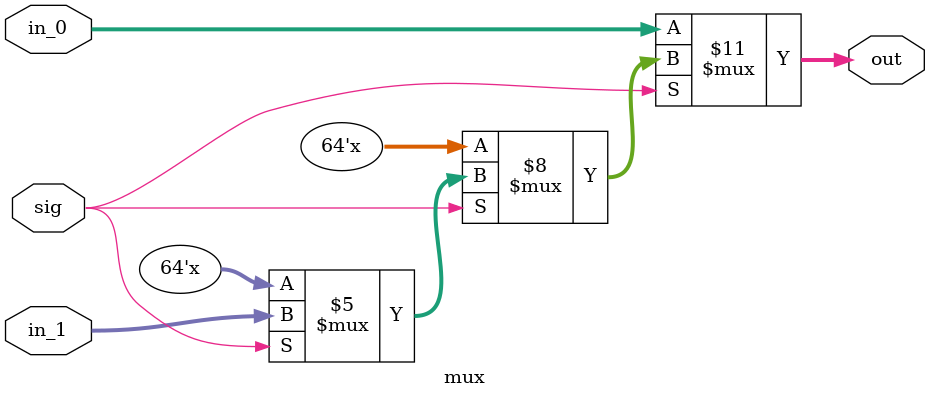
<source format=v>
module mux(in_0, in_1, sig, out);

    // I/O
    input sig;
    input [63:0]in_0, in_1;
    output reg [63:0]out;

    always @ *
        begin
            if (sig == 0) begin
                out = in_0;
            end else if (sig == 1) begin
                out = in_1;
            end
        end

endmodule   :mux
</source>
